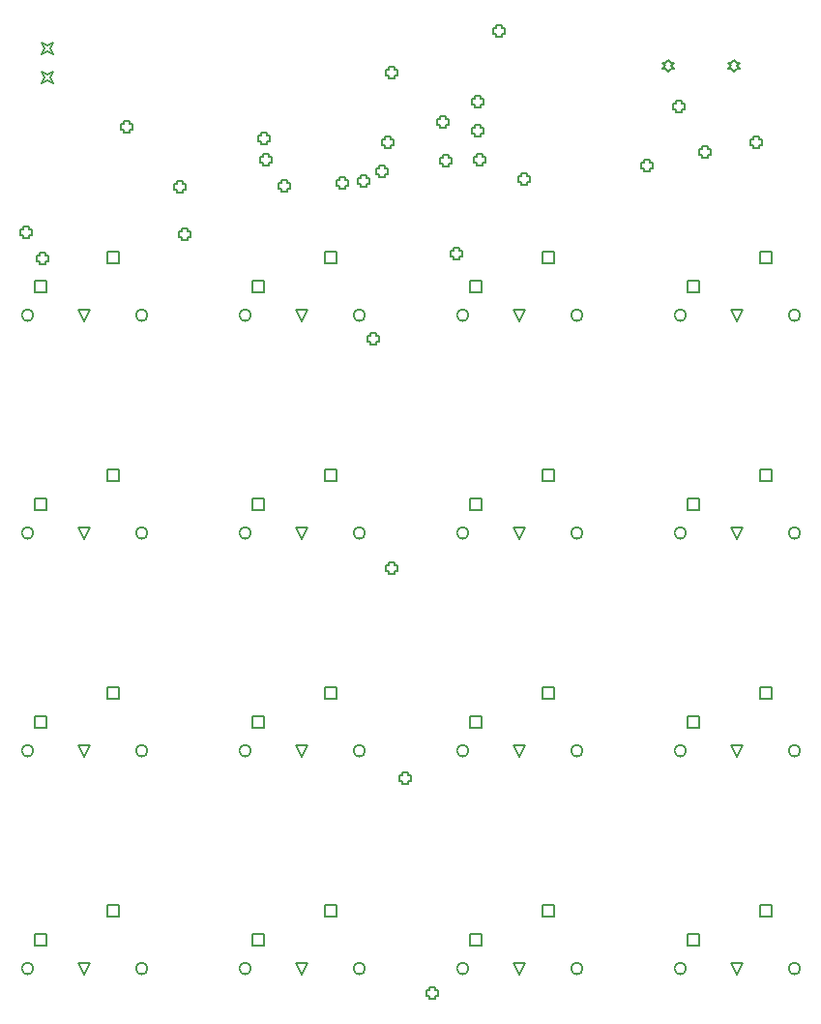
<source format=gbr>
G04*
G04 #@! TF.GenerationSoftware,Altium Limited,Altium Designer,22.4.2 (48)*
G04*
G04 Layer_Color=2752767*
%FSLAX25Y25*%
%MOIN*%
G70*
G04*
G04 #@! TF.SameCoordinates,D4448EEE-889B-48FB-A541-E9576EB43F8F*
G04*
G04*
G04 #@! TF.FilePolarity,Positive*
G04*
G01*
G75*
%ADD11C,0.00500*%
%ADD60C,0.00667*%
D11*
X240874Y303276D02*
Y307276D01*
X244874D01*
Y303276D01*
X240874D01*
X265756Y313276D02*
Y317276D01*
X269756D01*
Y313276D01*
X265756D01*
X257874Y293276D02*
X255874Y297276D01*
X259874D01*
X257874Y293276D01*
X332874D02*
X330874Y297276D01*
X334874D01*
X332874Y293276D01*
X340756Y313276D02*
Y317276D01*
X344756D01*
Y313276D01*
X340756D01*
X315874Y303276D02*
Y307276D01*
X319874D01*
Y303276D01*
X315874D01*
X390874D02*
Y307276D01*
X394874D01*
Y303276D01*
X390874D01*
X415756Y313276D02*
Y317276D01*
X419756D01*
Y313276D01*
X415756D01*
X407874Y293276D02*
X405874Y297276D01*
X409874D01*
X407874Y293276D01*
X482874D02*
X480874Y297276D01*
X484874D01*
X482874Y293276D01*
X490756Y313276D02*
Y317276D01*
X494756D01*
Y313276D01*
X490756D01*
X465874Y303276D02*
Y307276D01*
X469874D01*
Y303276D01*
X465874D01*
X240874Y228276D02*
Y232276D01*
X244874D01*
Y228276D01*
X240874D01*
X265756Y238276D02*
Y242276D01*
X269756D01*
Y238276D01*
X265756D01*
X257874Y218276D02*
X255874Y222276D01*
X259874D01*
X257874Y218276D01*
X332874D02*
X330874Y222276D01*
X334874D01*
X332874Y218276D01*
X340756Y238276D02*
Y242276D01*
X344756D01*
Y238276D01*
X340756D01*
X315874Y228276D02*
Y232276D01*
X319874D01*
Y228276D01*
X315874D01*
X390874D02*
Y232276D01*
X394874D01*
Y228276D01*
X390874D01*
X415756Y238276D02*
Y242276D01*
X419756D01*
Y238276D01*
X415756D01*
X407874Y218276D02*
X405874Y222276D01*
X409874D01*
X407874Y218276D01*
X482874D02*
X480874Y222276D01*
X484874D01*
X482874Y218276D01*
X490756Y238276D02*
Y242276D01*
X494756D01*
Y238276D01*
X490756D01*
X465874Y228276D02*
Y232276D01*
X469874D01*
Y228276D01*
X465874D01*
X240874Y153276D02*
Y157276D01*
X244874D01*
Y153276D01*
X240874D01*
X265756Y163276D02*
Y167276D01*
X269756D01*
Y163276D01*
X265756D01*
X257874Y143276D02*
X255874Y147276D01*
X259874D01*
X257874Y143276D01*
X332874D02*
X330874Y147276D01*
X334874D01*
X332874Y143276D01*
X340756Y163276D02*
Y167276D01*
X344756D01*
Y163276D01*
X340756D01*
X315874Y153276D02*
Y157276D01*
X319874D01*
Y153276D01*
X315874D01*
X390874D02*
Y157276D01*
X394874D01*
Y153276D01*
X390874D01*
X415756Y163276D02*
Y167276D01*
X419756D01*
Y163276D01*
X415756D01*
X407874Y143276D02*
X405874Y147276D01*
X409874D01*
X407874Y143276D01*
X482874D02*
X480874Y147276D01*
X484874D01*
X482874Y143276D01*
X490756Y163276D02*
Y167276D01*
X494756D01*
Y163276D01*
X490756D01*
X465874Y153276D02*
Y157276D01*
X469874D01*
Y153276D01*
X465874D01*
X240874Y78276D02*
Y82276D01*
X244874D01*
Y78276D01*
X240874D01*
X265756Y88276D02*
Y92276D01*
X269756D01*
Y88276D01*
X265756D01*
X257874Y68276D02*
X255874Y72276D01*
X259874D01*
X257874Y68276D01*
X332874D02*
X330874Y72276D01*
X334874D01*
X332874Y68276D01*
X340756Y88276D02*
Y92276D01*
X344756D01*
Y88276D01*
X340756D01*
X315874Y78276D02*
Y82276D01*
X319874D01*
Y78276D01*
X315874D01*
X390874D02*
Y82276D01*
X394874D01*
Y78276D01*
X390874D01*
X415756Y88276D02*
Y92276D01*
X419756D01*
Y88276D01*
X415756D01*
X407874Y68276D02*
X405874Y72276D01*
X409874D01*
X407874Y68276D01*
X482874D02*
X480874Y72276D01*
X484874D01*
X482874Y68276D01*
X490756Y88276D02*
Y92276D01*
X494756D01*
Y88276D01*
X490756D01*
X465874Y78276D02*
Y82276D01*
X469874D01*
Y78276D01*
X465874D01*
X481713Y379279D02*
X482713Y380279D01*
X483713D01*
X482713Y381279D01*
X483713Y382279D01*
X482713D01*
X481713Y383279D01*
X480713Y382279D01*
X479713D01*
X480713Y381279D01*
X479713Y380279D01*
X480713D01*
X481713Y379279D01*
X458957D02*
X459957Y380279D01*
X460957D01*
X459957Y381279D01*
X460957Y382279D01*
X459957D01*
X458957Y383279D01*
X457957Y382279D01*
X456957D01*
X457957Y381279D01*
X456957Y380279D01*
X457957D01*
X458957Y379279D01*
X242882Y375165D02*
X243882Y377165D01*
X242882Y379165D01*
X244882Y378165D01*
X246882Y379165D01*
X245882Y377165D01*
X246882Y375165D01*
X244882Y376165D01*
X242882Y375165D01*
Y385165D02*
X243882Y387165D01*
X242882Y389165D01*
X244882Y388165D01*
X246882Y389165D01*
X245882Y387165D01*
X246882Y385165D01*
X244882Y386165D01*
X242882Y385165D01*
X380398Y360910D02*
Y359910D01*
X382398D01*
Y360910D01*
X383398D01*
Y362910D01*
X382398D01*
Y363910D01*
X380398D01*
Y362910D01*
X379398D01*
Y360910D01*
X380398D01*
X362681Y377937D02*
Y376937D01*
X364681D01*
Y377937D01*
X365681D01*
Y379937D01*
X364681D01*
Y380937D01*
X362681D01*
Y379937D01*
X361681D01*
Y377937D01*
X362681D01*
X381382Y347425D02*
Y346425D01*
X383382D01*
Y347425D01*
X384382D01*
Y349425D01*
X383382D01*
Y350425D01*
X381382D01*
Y349425D01*
X380382D01*
Y347425D01*
X381382D01*
X361303Y353921D02*
Y352921D01*
X363303D01*
Y353921D01*
X364303D01*
Y355921D01*
X363303D01*
Y356921D01*
X361303D01*
Y355921D01*
X360303D01*
Y353921D01*
X361303D01*
X236697Y322917D02*
Y321917D01*
X238697D01*
Y322917D01*
X239697D01*
Y324917D01*
X238697D01*
Y325917D01*
X236697D01*
Y324917D01*
X235697D01*
Y322917D01*
X236697D01*
X291421Y322228D02*
Y321228D01*
X293421D01*
Y322228D01*
X294421D01*
Y324228D01*
X293421D01*
Y325228D01*
X291421D01*
Y324228D01*
X290421D01*
Y322228D01*
X291421D01*
X385122Y315634D02*
Y314634D01*
X387122D01*
Y315634D01*
X388122D01*
Y317634D01*
X387122D01*
Y318634D01*
X385122D01*
Y317634D01*
X384122D01*
Y315634D01*
X385122D01*
X399787Y392307D02*
Y391307D01*
X401787D01*
Y392307D01*
X402787D01*
Y394307D01*
X401787D01*
Y395307D01*
X399787D01*
Y394307D01*
X398787D01*
Y392307D01*
X399787D01*
X392307Y367898D02*
Y366898D01*
X394307D01*
Y367898D01*
X395307D01*
Y369898D01*
X394307D01*
Y370898D01*
X392307D01*
Y369898D01*
X391307D01*
Y367898D01*
X392307D01*
Y357661D02*
Y356661D01*
X394307D01*
Y357661D01*
X395307D01*
Y359661D01*
X394307D01*
Y360661D01*
X392307D01*
Y359661D01*
X391307D01*
Y357661D01*
X392307D01*
X408293Y341126D02*
Y340126D01*
X410293D01*
Y341126D01*
X411293D01*
Y343126D01*
X410293D01*
Y344126D01*
X408293D01*
Y343126D01*
X407293D01*
Y341126D01*
X408293D01*
X271441Y359236D02*
Y358236D01*
X273441D01*
Y359236D01*
X274441D01*
Y361236D01*
X273441D01*
Y362236D01*
X271441D01*
Y361236D01*
X270441D01*
Y359236D01*
X271441D01*
X376559Y60811D02*
Y59811D01*
X378559D01*
Y60811D01*
X379559D01*
Y62811D01*
X378559D01*
Y63811D01*
X376559D01*
Y62811D01*
X375559D01*
Y60811D01*
X376559D01*
X393094Y347819D02*
Y346819D01*
X395094D01*
Y347819D01*
X396094D01*
Y349819D01*
X395094D01*
Y350819D01*
X393094D01*
Y349819D01*
X392094D01*
Y347819D01*
X393094D01*
X367522Y134809D02*
Y133809D01*
X369522D01*
Y134809D01*
X370522D01*
Y136809D01*
X369522D01*
Y137809D01*
X367522D01*
Y136809D01*
X366522D01*
Y134809D01*
X367522D01*
X362779Y207268D02*
Y206268D01*
X364779D01*
Y207268D01*
X365779D01*
Y209268D01*
X364779D01*
Y210268D01*
X362779D01*
Y209268D01*
X361779D01*
Y207268D01*
X362779D01*
X356480Y286008D02*
Y285008D01*
X358480D01*
Y286008D01*
X359480D01*
Y288008D01*
X358480D01*
Y289008D01*
X356480D01*
Y288008D01*
X355480D01*
Y286008D01*
X356480D01*
X359236Y343882D02*
Y342882D01*
X361236D01*
Y343882D01*
X362236D01*
Y345882D01*
X361236D01*
Y346882D01*
X359236D01*
Y345882D01*
X358236D01*
Y343882D01*
X359236D01*
X325772Y338764D02*
Y337764D01*
X327772D01*
Y338764D01*
X328772D01*
Y340764D01*
X327772D01*
Y341764D01*
X325772D01*
Y340764D01*
X324772D01*
Y338764D01*
X325772D01*
X242307Y313961D02*
Y312961D01*
X244307D01*
Y313961D01*
X245307D01*
Y315961D01*
X244307D01*
Y316961D01*
X242307D01*
Y315961D01*
X241307D01*
Y313961D01*
X242307D01*
X450575Y345850D02*
Y344850D01*
X452575D01*
Y345850D01*
X453575D01*
Y347850D01*
X452575D01*
Y348850D01*
X450575D01*
Y347850D01*
X449575D01*
Y345850D01*
X450575D01*
X488370Y353724D02*
Y352724D01*
X490370D01*
Y353724D01*
X491370D01*
Y355724D01*
X490370D01*
Y356724D01*
X488370D01*
Y355724D01*
X487370D01*
Y353724D01*
X488370D01*
X289551Y338370D02*
Y337370D01*
X291551D01*
Y338370D01*
X292551D01*
Y340370D01*
X291551D01*
Y341370D01*
X289551D01*
Y340370D01*
X288551D01*
Y338370D01*
X289551D01*
X319472Y347819D02*
Y346819D01*
X321472D01*
Y347819D01*
X322472D01*
Y349819D01*
X321472D01*
Y350819D01*
X319472D01*
Y349819D01*
X318472D01*
Y347819D01*
X319472D01*
X318685Y355299D02*
Y354299D01*
X320685D01*
Y355299D01*
X321685D01*
Y357299D01*
X320685D01*
Y358299D01*
X318685D01*
Y357299D01*
X317685D01*
Y355299D01*
X318685D01*
X352937Y340339D02*
Y339339D01*
X354937D01*
Y340339D01*
X355937D01*
Y342339D01*
X354937D01*
Y343339D01*
X352937D01*
Y342339D01*
X351937D01*
Y340339D01*
X352937D01*
X345850Y339945D02*
Y338945D01*
X347850D01*
Y339945D01*
X348850D01*
Y341945D01*
X347850D01*
Y342945D01*
X345850D01*
Y341945D01*
X344850D01*
Y339945D01*
X345850D01*
X461598Y366323D02*
Y365323D01*
X463598D01*
Y366323D01*
X464598D01*
Y368323D01*
X463598D01*
Y369323D01*
X461598D01*
Y368323D01*
X460598D01*
Y366323D01*
X461598D01*
X470653Y350575D02*
Y349575D01*
X472653D01*
Y350575D01*
X473654D01*
Y352575D01*
X472653D01*
Y353575D01*
X470653D01*
Y352575D01*
X469654D01*
Y350575D01*
X470653D01*
D60*
X279559Y295276D02*
G03*
X279559Y295276I-2000J0D01*
G01*
X240189D02*
G03*
X240189Y295276I-2000J0D01*
G01*
X315189D02*
G03*
X315189Y295276I-2000J0D01*
G01*
X354559D02*
G03*
X354559Y295276I-2000J0D01*
G01*
X429559D02*
G03*
X429559Y295276I-2000J0D01*
G01*
X390189D02*
G03*
X390189Y295276I-2000J0D01*
G01*
X465189D02*
G03*
X465189Y295276I-2000J0D01*
G01*
X504559D02*
G03*
X504559Y295276I-2000J0D01*
G01*
X279559Y220276D02*
G03*
X279559Y220276I-2000J0D01*
G01*
X240189D02*
G03*
X240189Y220276I-2000J0D01*
G01*
X315189D02*
G03*
X315189Y220276I-2000J0D01*
G01*
X354559D02*
G03*
X354559Y220276I-2000J0D01*
G01*
X429559D02*
G03*
X429559Y220276I-2000J0D01*
G01*
X390189D02*
G03*
X390189Y220276I-2000J0D01*
G01*
X465189D02*
G03*
X465189Y220276I-2000J0D01*
G01*
X504559D02*
G03*
X504559Y220276I-2000J0D01*
G01*
X279559Y145276D02*
G03*
X279559Y145276I-2000J0D01*
G01*
X240189D02*
G03*
X240189Y145276I-2000J0D01*
G01*
X315189D02*
G03*
X315189Y145276I-2000J0D01*
G01*
X354559D02*
G03*
X354559Y145276I-2000J0D01*
G01*
X429559D02*
G03*
X429559Y145276I-2000J0D01*
G01*
X390189D02*
G03*
X390189Y145276I-2000J0D01*
G01*
X465189D02*
G03*
X465189Y145276I-2000J0D01*
G01*
X504559D02*
G03*
X504559Y145276I-2000J0D01*
G01*
X279559Y70276D02*
G03*
X279559Y70276I-2000J0D01*
G01*
X240189D02*
G03*
X240189Y70276I-2000J0D01*
G01*
X315189D02*
G03*
X315189Y70276I-2000J0D01*
G01*
X354559D02*
G03*
X354559Y70276I-2000J0D01*
G01*
X429559D02*
G03*
X429559Y70276I-2000J0D01*
G01*
X390189D02*
G03*
X390189Y70276I-2000J0D01*
G01*
X465189D02*
G03*
X465189Y70276I-2000J0D01*
G01*
X504559D02*
G03*
X504559Y70276I-2000J0D01*
G01*
M02*

</source>
